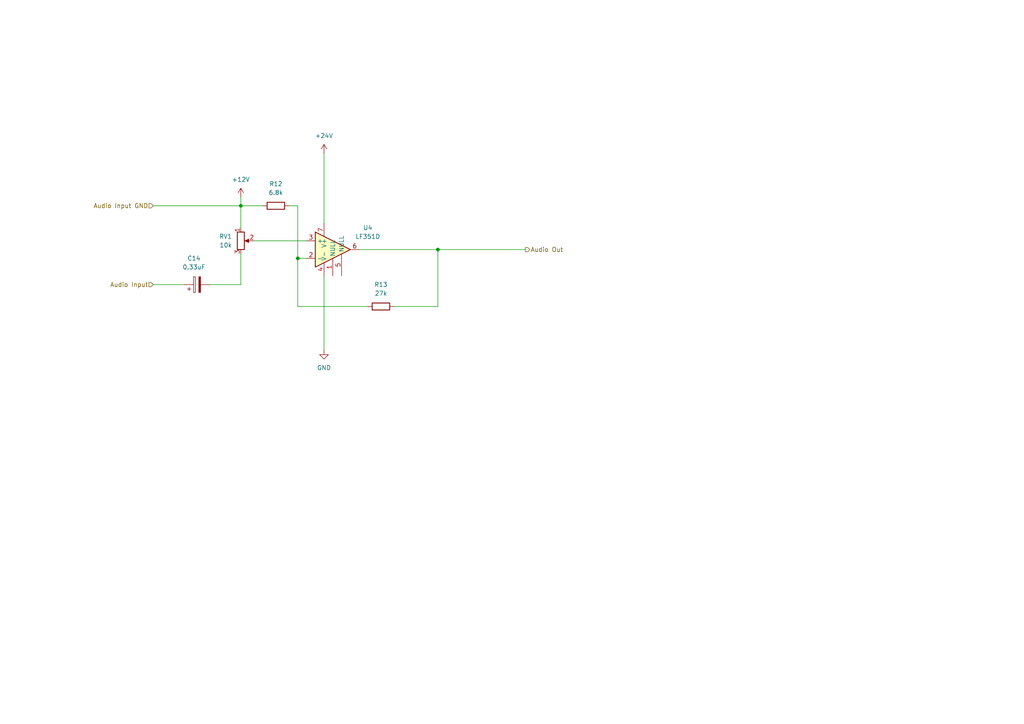
<source format=kicad_sch>
(kicad_sch (version 20231120) (generator "eeschema") (generator_version "8.0")
  (paper "A4")
  (lib_symbols
    (symbol "Amplifier_Operational:LF351D"
      (property "Reference" "U" (at 0 6.35 0))
      (property "Value" "LF351D" (at 0 3.81 0))
      (symbol "LF351D_0_1"
        (polyline (pts (xy -5.08 5.08) (xy 5.08 0) (xy -5.08 -5.08) (xy -5.08 5.08)) (stroke (width 0.254)) (fill (type background)))
      )
      (symbol "LF351D_1_1"
        (pin input line (at 0 -7.62 90) (length 5.08) (name "NULL") (number "1"))
        (pin input line (at -7.62 -2.54 0) (length 2.54) (name "-") (number "2"))
        (pin input line (at -7.62 2.54 0) (length 2.54) (name "+") (number "3"))
        (pin power_in line (at -2.54 -7.62 90) (length 3.81) (name "V-") (number "4"))
        (pin input line (at 2.54 -7.62 90) (length 6.35) (name "NULL") (number "5"))
        (pin output line (at 7.62 0 180) (length 2.54) (name "~") (number "6"))
        (pin power_in line (at -2.54 7.62 270) (length 3.81) (name "V+") (number "7"))
        (pin no_connect line (at 0 2.54 270) (length 2.54) hide (name "NC") (number "8"))
      )
    )
    (symbol "Device:C_Polarized" (pin_numbers hide) (pin_names (offset 0.254))
      (property "Reference" "C" (at 0.635 2.54 0))
      (property "Value" "C_Polarized" (at 0.635 -2.54 0))
      (symbol "C_Polarized_0_1"
        (rectangle (start -2.286 0.508) (end 2.286 1.016))
        (polyline (pts (xy -1.778 2.286) (xy -0.762 2.286)))
        (polyline (pts (xy -1.27 2.794) (xy -1.27 1.778)))
        (rectangle (start 2.286 -0.508) (end -2.286 -1.016) (fill (type outline)))
      )
      (symbol "C_Polarized_1_1"
        (pin passive line (at 0 3.81 270) (length 2.794) (name "~") (number "1"))
        (pin passive line (at 0 -3.81 90) (length 2.794) (name "~") (number "2"))
      )
    )
    (symbol "Device:R" (pin_numbers hide) (pin_names (offset 0))
      (property "Reference" "R" (at 2.032 0 90))
      (property "Value" "R" (at 0 0 90))
      (symbol "R_0_1"
        (rectangle (start -1.016 -2.54) (end 1.016 2.54) (stroke (width 0.254)))
      )
      (symbol "R_1_1"
        (pin passive line (at 0 3.81 270) (length 1.27) (name "~") (number "1"))
        (pin passive line (at 0 -3.81 90) (length 1.27) (name "~") (number "2"))
      )
    )
    (symbol "Device:R_Potentiometer" (pin_names (offset 1.016) hide)
      (property "Reference" "RV" (at -4.445 0 90))
      (property "Value" "R_Potentiometer" (at -2.54 0 90))
      (symbol "R_Potentiometer_0_1"
        (polyline (pts (xy 2.54 0) (xy 1.524 0)))
        (polyline (pts (xy 1.143 0) (xy 2.286 0.508) (xy 2.286 -0.508) (xy 1.143 0)) (fill (type outline)))
        (rectangle (start 1.016 2.54) (end -1.016 -2.54) (stroke (width 0.254)))
      )
      (symbol "R_Potentiometer_1_1"
        (pin passive line (at 0 3.81 270) (length 1.27) (name "1") (number "1"))
        (pin passive line (at 3.81 0 180) (length 1.27) (name "2") (number "2"))
        (pin passive line (at 0 -3.81 90) (length 1.27) (name "3") (number "3"))
      )
    )
    (symbol "power:+12V" (power) (pin_numbers hide) (pin_names (offset 0) hide)
      (property "Value" "+12V" (at 0 3.556 0))
      (symbol "+12V_0_1"
        (polyline (pts (xy -0.762 1.27) (xy 0 2.54)))
        (polyline (pts (xy 0 0) (xy 0 2.54)))
        (polyline (pts (xy 0 2.54) (xy 0.762 1.27)))
      )
      (symbol "+12V_1_1"
        (pin power_in line (at 0 0 90) (length 0) (name "~") (number "1"))
      )
    )
    (symbol "power:+24V" (power) (pin_numbers hide) (pin_names (offset 0) hide)
      (property "Value" "+24V" (at 0 3.556 0))
      (symbol "+24V_0_1"
        (polyline (pts (xy -0.762 1.27) (xy 0 2.54)))
        (polyline (pts (xy 0 0) (xy 0 2.54)))
        (polyline (pts (xy 0 2.54) (xy 0.762 1.27)))
      )
      (symbol "+24V_1_1"
        (pin power_in line (at 0 0 90) (length 0) (name "~") (number "1"))
      )
    )
    (symbol "power:GND" (power) (pin_numbers hide) (pin_names (offset 0) hide)
      (property "Value" "GND" (at 0 -3.81 0))
      (symbol "GND_0_1"
        (polyline (pts (xy 0 0) (xy 0 -1.27) (xy 1.27 -1.27) (xy 0 -2.54) (xy -1.27 -1.27) (xy 0 -1.27)))
      )
      (symbol "GND_1_1"
        (pin power_in line (at 0 0 270) (length 0) (name "~") (number "1"))
      )
    )
  )
  (junction (at 127 72.39))
  (junction (at 69.85 59.69))
  (junction (at 86.36 74.93))
  (wire (pts (xy 69.85 73.66) (xy 69.85 82.55)))
  (wire (pts (xy 86.36 88.9) (xy 86.36 74.93)))
  (wire (pts (xy 104.14 72.39) (xy 127 72.39)))
  (wire (pts (xy 93.98 80.01) (xy 93.98 101.6)))
  (wire (pts (xy 69.85 82.55) (xy 60.96 82.55)))
  (wire (pts (xy 86.36 59.69) (xy 83.82 59.69)))
  (wire (pts (xy 44.45 59.69) (xy 69.85 59.69)))
  (wire (pts (xy 44.45 82.55) (xy 53.34 82.55)))
  (wire (pts (xy 127 88.9) (xy 114.3 88.9)))
  (wire (pts (xy 69.85 59.69) (xy 76.2 59.69)))
  (wire (pts (xy 73.66 69.85) (xy 88.9 69.85)))
  (wire (pts (xy 93.98 44.45) (xy 93.98 64.77)))
  (wire (pts (xy 127 72.39) (xy 152.4 72.39)))
  (wire (pts (xy 88.9 74.93) (xy 86.36 74.93)))
  (wire (pts (xy 69.85 57.15) (xy 69.85 59.69)))
  (wire (pts (xy 69.85 59.69) (xy 69.85 66.04)))
  (wire (pts (xy 127 72.39) (xy 127 88.9)))
  (wire (pts (xy 106.68 88.9) (xy 86.36 88.9)))
  (wire (pts (xy 86.36 74.93) (xy 86.36 59.69)))
  (hierarchical_label "Audio Out" (shape output) (at 152.4 72.39 0))
  (hierarchical_label "Audio Input GND" (shape input) (at 44.45 59.69 180))
  (hierarchical_label "Audio Input" (shape input) (at 44.45 82.55 180))
  (symbol (lib_id "Device:C_Polarized") (at 57.15 82.55 90) (unit 1)
    (property "Reference" "C14" (at 56.261 74.93 90))
    (property "Value" "0.33uF" (at 56.261 77.47 90))
    (property "Description" "Polarized capacitor" (effects (hide yes)))
  )
  (symbol (lib_id "Device:R") (at 80.01 59.69 90) (unit 1)
    (property "Reference" "R12" (at 80.01 53.34 90))
    (property "Value" "6.8k" (at 80.01 55.88 90))
    (property "Description" "Resistor" (effects (hide yes)))
  )
  (symbol (lib_id "Amplifier_Operational:LF351D") (at 96.52 72.39 0) (unit 1)
    (property "Reference" "U4" (at 106.68 66.0714 0))
    (property "Value" "LF351D" (at 106.68 68.6114 0))
    (property "Datasheet" "https://www.st.com/resource/en/datasheet/lf351.pdf" (effects (hide yes)))
    (property "Description" "Wide bandwidth single JFET operational amplifier, SOIC-8" (effects (hide yes)))
  )
  (symbol (lib_id "power:GND") (at 93.98 101.6 0) (unit 1)
    (property "Reference" "#PWR018" (effects (hide yes)))
    (property "Value" "GND" (at 93.98 106.68 0))
    (property "Description" "Power symbol creates a global label with name \"GND\" , ground" (effects (hide yes)))
  )
  (symbol (lib_id "power:+12V") (at 69.85 57.15 0) (unit 1)
    (property "Reference" "#PWR016" (effects (hide yes)))
    (property "Value" "+12V" (at 69.85 52.07 0))
    (property "Description" "Power symbol creates a global label with name \"+12V\"" (effects (hide yes)))
  )
  (symbol (lib_id "Device:R_Potentiometer") (at 69.85 69.85 0) (unit 1)
    (property "Reference" "RV1" (at 67.31 68.5799 0) (effects (justify right)))
    (property "Value" "10k" (at 67.31 71.1199 0) (effects (justify right)))
    (property "Description" "Potentiometer" (effects (hide yes)))
  )
  (symbol (lib_id "power:+24V") (at 93.98 44.45 0) (unit 1)
    (property "Reference" "#PWR017" (effects (hide yes)))
    (property "Value" "+24V" (at 93.98 39.37 0))
    (property "Description" "Power symbol creates a global label with name \"+24V\"" (effects (hide yes)))
  )
  (symbol (lib_id "Device:R") (at 110.49 88.9 90) (unit 1)
    (property "Reference" "R13" (at 110.49 82.55 90))
    (property "Value" "27k" (at 110.49 85.09 90))
    (property "Description" "Resistor" (effects (hide yes)))
  )
)
</source>
